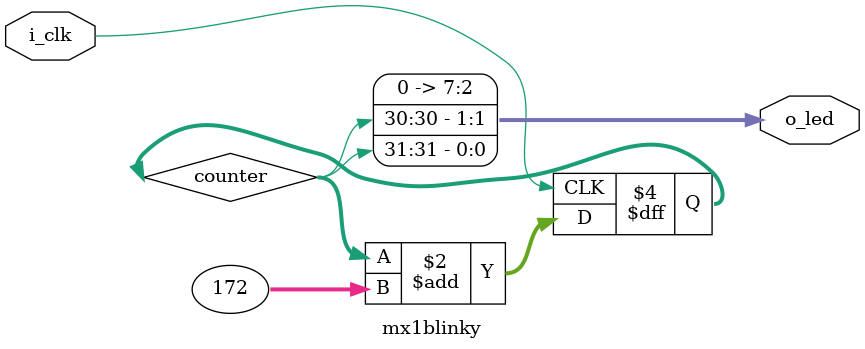
<source format=v>
module mx1blinky(i_clk, o_led);
	input	wire		i_clk;
	output	wire	[7:0]	o_led;

	reg	[31:0]	counter;

	initial	counter = 0;
	always @(posedge i_clk)
		counter <= counter + 32'd172;

	assign	o_led[0] = counter[31];
	assign	o_led[1] = counter[30];
	assign	o_led[7:2] = 6'h00;

// Signature: 7e, aa, 99, 7e
endmodule

</source>
